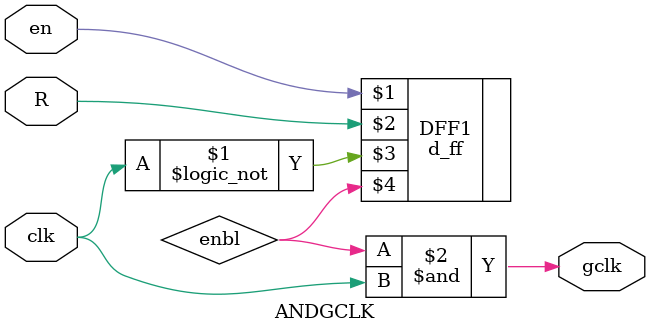
<source format=sv>
module ANDGCLK (output logic gclk,input logic R, en,clk);
wire enbl;
d_ff DFF1(en,R,!clk,enbl);// to prevent very short pulses a d flip flop is used to time the enable signal 
and A1(gclk,enbl,clk);
endmodule



</source>
